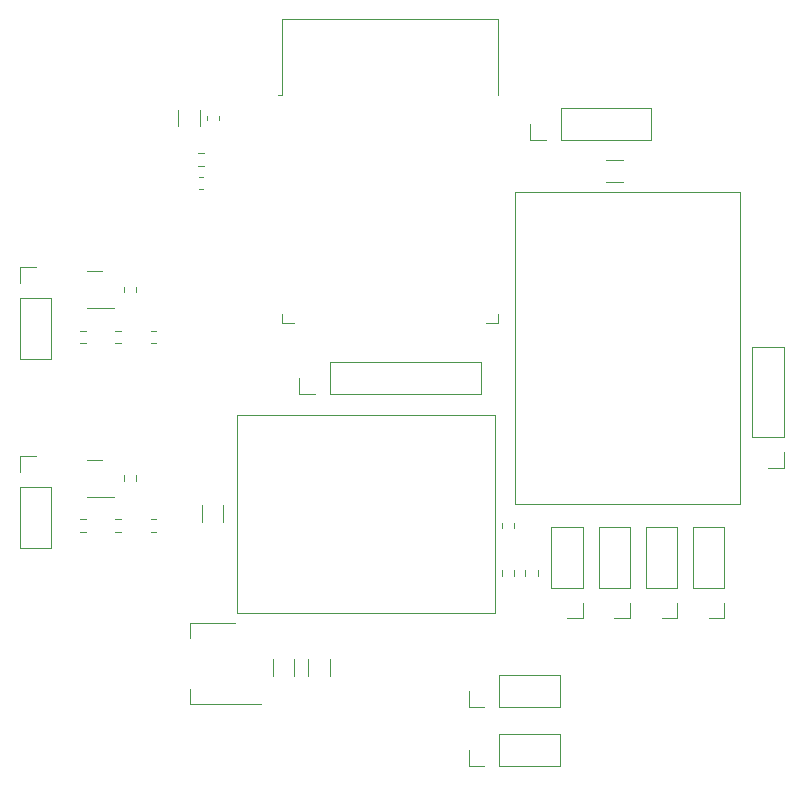
<source format=gto>
G04 #@! TF.GenerationSoftware,KiCad,Pcbnew,6.0.9-8da3e8f707~117~ubuntu22.04.1*
G04 #@! TF.CreationDate,2022-12-16T18:05:51+00:00*
G04 #@! TF.ProjectId,gauge_servo,67617567-655f-4736-9572-766f2e6b6963,rev?*
G04 #@! TF.SameCoordinates,Original*
G04 #@! TF.FileFunction,Legend,Top*
G04 #@! TF.FilePolarity,Positive*
%FSLAX46Y46*%
G04 Gerber Fmt 4.6, Leading zero omitted, Abs format (unit mm)*
G04 Created by KiCad (PCBNEW 6.0.9-8da3e8f707~117~ubuntu22.04.1) date 2022-12-16 18:05:51*
%MOMM*%
%LPD*%
G01*
G04 APERTURE LIST*
%ADD10C,0.120000*%
G04 APERTURE END LIST*
D10*
G04 #@! TO.C,Q1*
X125000000Y-91575000D02*
X126675000Y-91575000D01*
X125000000Y-88455000D02*
X125650000Y-88455000D01*
X125000000Y-88455000D02*
X124350000Y-88455000D01*
X125000000Y-91575000D02*
X124350000Y-91575000D01*
G04 #@! TO.C,J3*
X178330000Y-110115000D02*
X175670000Y-110115000D01*
X178330000Y-117855000D02*
X177000000Y-117855000D01*
X178330000Y-115255000D02*
X175670000Y-115255000D01*
X175670000Y-115255000D02*
X175670000Y-110115000D01*
X178330000Y-115255000D02*
X178330000Y-110115000D01*
X178330000Y-116525000D02*
X178330000Y-117855000D01*
G04 #@! TO.C,U2*
X133090000Y-125110000D02*
X133090000Y-123850000D01*
X133090000Y-118290000D02*
X133090000Y-119550000D01*
X139100000Y-125110000D02*
X133090000Y-125110000D01*
X136850000Y-118290000D02*
X133090000Y-118290000D01*
G04 #@! TO.C,C2*
X143090000Y-121288748D02*
X143090000Y-122711252D01*
X144910000Y-121288748D02*
X144910000Y-122711252D01*
G04 #@! TO.C,J7*
X159270000Y-130330000D02*
X159270000Y-127670000D01*
X158000000Y-130330000D02*
X156670000Y-130330000D01*
X159270000Y-130330000D02*
X164410000Y-130330000D01*
X159270000Y-127670000D02*
X164410000Y-127670000D01*
X156670000Y-130330000D02*
X156670000Y-129000000D01*
X164410000Y-130330000D02*
X164410000Y-127670000D01*
G04 #@! TO.C,J4*
X161870000Y-77330000D02*
X161870000Y-76000000D01*
X164470000Y-77330000D02*
X172150000Y-77330000D01*
X164470000Y-74670000D02*
X172150000Y-74670000D01*
X164470000Y-77330000D02*
X164470000Y-74670000D01*
X172150000Y-77330000D02*
X172150000Y-74670000D01*
X163200000Y-77330000D02*
X161870000Y-77330000D01*
G04 #@! TO.C,C3*
X140090000Y-121288748D02*
X140090000Y-122711252D01*
X141910000Y-121288748D02*
X141910000Y-122711252D01*
G04 #@! TO.C,U1*
X137078000Y-100618000D02*
X158922000Y-100618000D01*
X158922000Y-100618000D02*
X158922000Y-117382000D01*
X158922000Y-117382000D02*
X137078000Y-117382000D01*
X137078000Y-117382000D02*
X137078000Y-100618000D01*
G04 #@! TO.C,R3*
X128522500Y-90252258D02*
X128522500Y-89777742D01*
X127477500Y-90252258D02*
X127477500Y-89777742D01*
G04 #@! TO.C,R12*
X160522500Y-114237258D02*
X160522500Y-113762742D01*
X159477500Y-114237258D02*
X159477500Y-113762742D01*
G04 #@! TO.C,J8*
X118670000Y-104145000D02*
X120000000Y-104145000D01*
X118670000Y-105475000D02*
X118670000Y-104145000D01*
X118670000Y-106745000D02*
X121330000Y-106745000D01*
X121330000Y-106745000D02*
X121330000Y-111885000D01*
X118670000Y-111885000D02*
X121330000Y-111885000D01*
X118670000Y-106745000D02*
X118670000Y-111885000D01*
G04 #@! TO.C,J12*
X164410000Y-125330000D02*
X164410000Y-122670000D01*
X156670000Y-125330000D02*
X156670000Y-124000000D01*
X159270000Y-125330000D02*
X164410000Y-125330000D01*
X158000000Y-125330000D02*
X156670000Y-125330000D01*
X159270000Y-125330000D02*
X159270000Y-122670000D01*
X159270000Y-122670000D02*
X164410000Y-122670000D01*
G04 #@! TO.C,R10*
X134254724Y-78477500D02*
X133745276Y-78477500D01*
X134254724Y-79522500D02*
X133745276Y-79522500D01*
G04 #@! TO.C,J1*
X174330000Y-115255000D02*
X171670000Y-115255000D01*
X174330000Y-116525000D02*
X174330000Y-117855000D01*
X174330000Y-110115000D02*
X171670000Y-110115000D01*
X171670000Y-115255000D02*
X171670000Y-110115000D01*
X174330000Y-115255000D02*
X174330000Y-110115000D01*
X174330000Y-117855000D02*
X173000000Y-117855000D01*
G04 #@! TO.C,J9*
X144920000Y-98830000D02*
X157680000Y-98830000D01*
X157680000Y-98830000D02*
X157680000Y-96170000D01*
X144920000Y-96170000D02*
X157680000Y-96170000D01*
X143650000Y-98830000D02*
X142320000Y-98830000D01*
X142320000Y-98830000D02*
X142320000Y-97500000D01*
X144920000Y-98830000D02*
X144920000Y-96170000D01*
G04 #@! TO.C,R11*
X162522500Y-114237258D02*
X162522500Y-113762742D01*
X161477500Y-114237258D02*
X161477500Y-113762742D01*
G04 #@! TO.C,J5*
X183330000Y-102530000D02*
X180670000Y-102530000D01*
X183330000Y-94850000D02*
X180670000Y-94850000D01*
X180670000Y-102530000D02*
X180670000Y-94850000D01*
X183330000Y-102530000D02*
X183330000Y-94850000D01*
X183330000Y-105130000D02*
X182000000Y-105130000D01*
X183330000Y-103800000D02*
X183330000Y-105130000D01*
G04 #@! TO.C,C5*
X133910000Y-76211252D02*
X133910000Y-74788748D01*
X132090000Y-76211252D02*
X132090000Y-74788748D01*
G04 #@! TO.C,R6*
X123762742Y-110522500D02*
X124237258Y-110522500D01*
X123762742Y-109477500D02*
X124237258Y-109477500D01*
G04 #@! TO.C,J11*
X170330000Y-115255000D02*
X170330000Y-110115000D01*
X170330000Y-115255000D02*
X167670000Y-115255000D01*
X170330000Y-110115000D02*
X167670000Y-110115000D01*
X170330000Y-117855000D02*
X169000000Y-117855000D01*
X170330000Y-116525000D02*
X170330000Y-117855000D01*
X167670000Y-115255000D02*
X167670000Y-110115000D01*
G04 #@! TO.C,J6*
X118670000Y-88145000D02*
X120000000Y-88145000D01*
X118670000Y-90745000D02*
X118670000Y-95885000D01*
X118670000Y-89475000D02*
X118670000Y-88145000D01*
X118670000Y-90745000D02*
X121330000Y-90745000D01*
X118670000Y-95885000D02*
X121330000Y-95885000D01*
X121330000Y-90745000D02*
X121330000Y-95885000D01*
G04 #@! TO.C,R7*
X127477500Y-106237258D02*
X127477500Y-105762742D01*
X128522500Y-106237258D02*
X128522500Y-105762742D01*
G04 #@! TO.C,R4*
X126762742Y-94537500D02*
X127237258Y-94537500D01*
X126762742Y-93492500D02*
X127237258Y-93492500D01*
G04 #@! TO.C,U4*
X159120000Y-92880000D02*
X158120000Y-92880000D01*
X159120000Y-67140000D02*
X159120000Y-73555000D01*
X140880000Y-92100000D02*
X140880000Y-92880000D01*
X140880000Y-67140000D02*
X140880000Y-73555000D01*
X140880000Y-67140000D02*
X159120000Y-67140000D01*
X159120000Y-92100000D02*
X159120000Y-92880000D01*
X140880000Y-73555000D02*
X140500000Y-73555000D01*
X140880000Y-92880000D02*
X141880000Y-92880000D01*
G04 #@! TO.C,R5*
X129762742Y-94537500D02*
X130237258Y-94537500D01*
X129762742Y-93492500D02*
X130237258Y-93492500D01*
G04 #@! TO.C,C4*
X169711252Y-80910000D02*
X168288748Y-80910000D01*
X169711252Y-79090000D02*
X168288748Y-79090000D01*
G04 #@! TO.C,C6*
X134490000Y-75640580D02*
X134490000Y-75359420D01*
X135510000Y-75640580D02*
X135510000Y-75359420D01*
G04 #@! TO.C,R1*
X159477500Y-110237258D02*
X159477500Y-109762742D01*
X160522500Y-110237258D02*
X160522500Y-109762742D01*
G04 #@! TO.C,R8*
X126762742Y-110522500D02*
X127237258Y-110522500D01*
X126762742Y-109477500D02*
X127237258Y-109477500D01*
G04 #@! TO.C,R2*
X123762742Y-94537500D02*
X124237258Y-94537500D01*
X123762742Y-93492500D02*
X124237258Y-93492500D01*
G04 #@! TO.C,U3*
X160570000Y-108208000D02*
X179620000Y-108208000D01*
X179620000Y-108208000D02*
X179620000Y-81792000D01*
X179620000Y-81792000D02*
X160570000Y-81792000D01*
X160570000Y-81792000D02*
X160570000Y-108208000D01*
G04 #@! TO.C,Q2*
X125000000Y-104440000D02*
X125650000Y-104440000D01*
X125000000Y-104440000D02*
X124350000Y-104440000D01*
X125000000Y-107560000D02*
X126675000Y-107560000D01*
X125000000Y-107560000D02*
X124350000Y-107560000D01*
G04 #@! TO.C,C7*
X134140580Y-80490000D02*
X133859420Y-80490000D01*
X134140580Y-81510000D02*
X133859420Y-81510000D01*
G04 #@! TO.C,C1*
X135910000Y-109711252D02*
X135910000Y-108288748D01*
X134090000Y-109711252D02*
X134090000Y-108288748D01*
G04 #@! TO.C,R9*
X129762742Y-110522500D02*
X130237258Y-110522500D01*
X129762742Y-109477500D02*
X130237258Y-109477500D01*
G04 #@! TO.C,J10*
X163670000Y-115255000D02*
X163670000Y-110115000D01*
X166330000Y-115255000D02*
X166330000Y-110115000D01*
X166330000Y-110115000D02*
X163670000Y-110115000D01*
X166330000Y-116525000D02*
X166330000Y-117855000D01*
X166330000Y-117855000D02*
X165000000Y-117855000D01*
X166330000Y-115255000D02*
X163670000Y-115255000D01*
G04 #@! TD*
M02*

</source>
